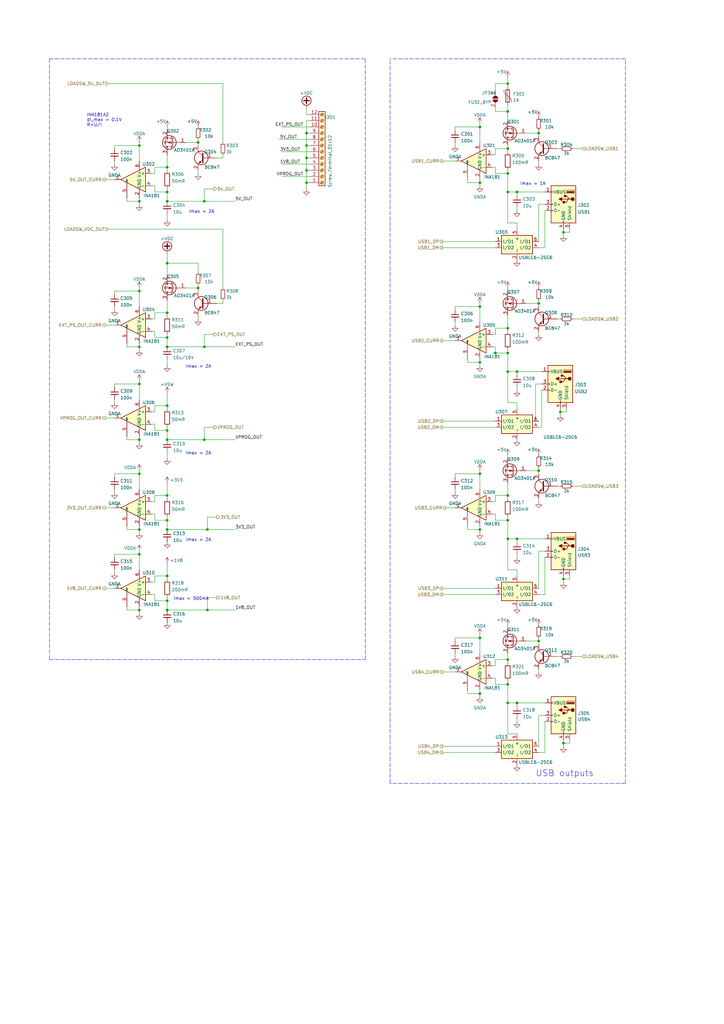
<source format=kicad_sch>
(kicad_sch (version 20211123) (generator eeschema)
  (paper "A3" portrait)
  (junction (at 125.73 69.85))
  (junction (at 83.82 142.24))
  (junction (at 68.58 250.19))
  (junction (at 57.15 180.34))
  (junction (at 231.14 95.25))
  (junction (at 212.09 288.29))
  (junction (at 220.98 54.61))
  (junction (at 57.15 217.17))
  (junction (at 208.28 288.29))
  (junction (at 68.58 203.2))
  (junction (at 208.28 152.4))
  (junction (at 196.85 217.17))
  (junction (at 85.09 217.17))
  (junction (at 196.85 284.48))
  (junction (at 68.58 236.22))
  (junction (at 57.15 227.33))
  (junction (at 208.28 213.36))
  (junction (at 208.28 71.12))
  (junction (at 68.58 78.74))
  (junction (at 57.15 157.48))
  (junction (at 68.58 128.27))
  (junction (at 83.82 180.34))
  (junction (at 208.28 270.51))
  (junction (at 68.58 246.38))
  (junction (at 57.15 142.24))
  (junction (at 68.58 82.55))
  (junction (at 125.73 54.61))
  (junction (at 68.58 107.95))
  (junction (at 229.87 168.91))
  (junction (at 68.58 213.36))
  (junction (at 196.85 125.73))
  (junction (at 68.58 217.17))
  (junction (at 208.28 134.62))
  (junction (at 68.58 176.53))
  (junction (at 196.85 74.93))
  (junction (at 208.28 220.98))
  (junction (at 208.28 34.29))
  (junction (at 57.15 59.69))
  (junction (at 231.14 237.49))
  (junction (at 220.98 124.46))
  (junction (at 125.73 64.77))
  (junction (at 208.28 203.2))
  (junction (at 81.28 58.42))
  (junction (at 125.73 59.69))
  (junction (at 220.98 193.04))
  (junction (at 196.85 261.62))
  (junction (at 208.28 60.96))
  (junction (at 212.09 152.4))
  (junction (at 196.85 148.59))
  (junction (at 212.09 78.74))
  (junction (at 208.28 45.72))
  (junction (at 57.15 119.38))
  (junction (at 208.28 144.78))
  (junction (at 57.15 82.55))
  (junction (at 196.85 52.07))
  (junction (at 83.82 82.55))
  (junction (at 220.98 262.89))
  (junction (at 68.58 166.37))
  (junction (at 212.09 220.98))
  (junction (at 196.85 194.31))
  (junction (at 57.15 250.19))
  (junction (at 85.09 250.19))
  (junction (at 81.28 118.11))
  (junction (at 68.58 68.58))
  (junction (at 231.14 304.8))
  (junction (at 68.58 180.34))
  (junction (at 57.15 194.31))
  (junction (at 203.2 144.78))
  (junction (at 208.28 78.74))
  (junction (at 68.58 142.24))
  (junction (at 208.28 280.67))
  (junction (at 68.58 138.43))
  (junction (at 125.73 74.93))
  (wire (pts (xy 208.28 279.4) (xy 208.28 280.67)))
  (wire (pts (xy 196.85 124.46) (xy 196.85 125.73)))
  (wire (pts (xy 220.98 53.34) (xy 220.98 54.61)))
  (wire (pts (xy 186.69 58.42) (xy 186.69 59.69)))
  (wire (pts (xy 181.61 306.07) (xy 203.2 306.07)))
  (wire (pts (xy 231.14 95.25) (xy 231.14 96.52)))
  (wire (pts (xy 63.5 138.43) (xy 63.5 135.89)))
  (wire (pts (xy 68.58 137.16) (xy 68.58 138.43)))
  (wire (pts (xy 229.87 168.91) (xy 232.41 168.91)))
  (wire (pts (xy 191.77 73.66) (xy 191.77 74.93)))
  (wire (pts (xy 62.23 71.12) (xy 63.5 71.12)))
  (wire (pts (xy 68.58 77.47) (xy 68.58 78.74)))
  (wire (pts (xy 181.61 99.06) (xy 203.2 99.06)))
  (wire (pts (xy 196.85 73.66) (xy 196.85 74.93)))
  (wire (pts (xy 57.15 58.42) (xy 57.15 59.69)))
  (wire (pts (xy 191.77 217.17) (xy 196.85 217.17)))
  (wire (pts (xy 63.5 135.89) (xy 62.23 135.89)))
  (wire (pts (xy 52.07 180.34) (xy 57.15 180.34)))
  (wire (pts (xy 181.61 175.26) (xy 203.2 175.26)))
  (wire (pts (xy 234.95 269.24) (xy 238.76 269.24)))
  (wire (pts (xy 81.28 116.84) (xy 81.28 118.11)))
  (wire (pts (xy 62.23 130.81) (xy 63.5 130.81)))
  (wire (pts (xy 63.5 166.37) (xy 68.58 166.37)))
  (wire (pts (xy 68.58 138.43) (xy 63.5 138.43)))
  (wire (pts (xy 46.99 227.33) (xy 46.99 228.6)))
  (wire (pts (xy 68.58 246.38) (xy 63.5 246.38)))
  (polyline (pts (xy 256.54 321.31) (xy 256.54 24.13)))
  (wire (pts (xy 91.44 118.11) (xy 91.44 93.98)))
  (wire (pts (xy 83.82 82.55) (xy 83.82 77.47)))
  (wire (pts (xy 83.82 180.34) (xy 83.82 175.26)))
  (wire (pts (xy 63.5 168.91) (xy 63.5 166.37)))
  (wire (pts (xy 196.85 52.07) (xy 196.85 58.42)))
  (wire (pts (xy 208.28 129.54) (xy 208.28 134.62)))
  (wire (pts (xy 208.28 45.72) (xy 208.28 49.53)))
  (polyline (pts (xy 160.02 321.31) (xy 160.0199 24.13)))
  (wire (pts (xy 181.61 241.3) (xy 203.2 241.3)))
  (wire (pts (xy 63.5 71.12) (xy 63.5 68.58)))
  (wire (pts (xy 125.73 54.61) (xy 125.73 49.53)))
  (wire (pts (xy 201.93 137.16) (xy 203.2 137.16)))
  (wire (pts (xy 125.73 59.69) (xy 127 59.69)))
  (wire (pts (xy 212.09 220.98) (xy 223.52 220.98)))
  (wire (pts (xy 196.85 148.59) (xy 196.85 149.86)))
  (wire (pts (xy 63.5 210.82) (xy 62.23 210.82)))
  (wire (pts (xy 127 54.61) (xy 125.73 54.61)))
  (wire (pts (xy 81.28 118.11) (xy 81.28 119.38)))
  (wire (pts (xy 208.28 143.51) (xy 208.28 144.78)))
  (wire (pts (xy 215.9 262.89) (xy 220.98 262.89)))
  (wire (pts (xy 208.28 213.36) (xy 203.2 213.36)))
  (wire (pts (xy 234.95 130.81) (xy 238.76 130.81)))
  (wire (pts (xy 85.09 245.11) (xy 88.9 245.11)))
  (wire (pts (xy 52.07 217.17) (xy 57.15 217.17)))
  (wire (pts (xy 63.5 243.84) (xy 62.23 243.84)))
  (wire (pts (xy 208.28 288.29) (xy 212.09 288.29)))
  (wire (pts (xy 52.07 81.28) (xy 52.07 82.55)))
  (wire (pts (xy 63.5 236.22) (xy 68.58 236.22)))
  (wire (pts (xy 127 57.15) (xy 114.3 57.15)))
  (wire (pts (xy 127 52.07) (xy 115.57 52.07)))
  (wire (pts (xy 68.58 68.58) (xy 68.58 69.85)))
  (wire (pts (xy 203.2 45.72) (xy 203.2 44.45)))
  (wire (pts (xy 208.28 270.51) (xy 208.28 271.78)))
  (wire (pts (xy 208.28 71.12) (xy 203.2 71.12)))
  (wire (pts (xy 62.23 238.76) (xy 63.5 238.76)))
  (wire (pts (xy 208.28 152.4) (xy 208.28 165.1)))
  (wire (pts (xy 63.5 238.76) (xy 63.5 236.22)))
  (wire (pts (xy 220.98 123.19) (xy 220.98 124.46)))
  (wire (pts (xy 83.82 175.26) (xy 87.63 175.26)))
  (wire (pts (xy 212.09 91.44) (xy 212.09 93.98)))
  (wire (pts (xy 68.58 78.74) (xy 63.5 78.74)))
  (wire (pts (xy 52.07 140.97) (xy 52.07 142.24)))
  (wire (pts (xy 196.85 215.9) (xy 196.85 217.17)))
  (wire (pts (xy 127 62.23) (xy 115.57 62.23)))
  (wire (pts (xy 208.28 69.85) (xy 208.28 71.12)))
  (wire (pts (xy 208.28 203.2) (xy 208.28 204.47)))
  (wire (pts (xy 203.2 71.12) (xy 203.2 68.58)))
  (wire (pts (xy 46.99 194.31) (xy 46.99 195.58)))
  (wire (pts (xy 231.14 237.49) (xy 231.14 238.76)))
  (wire (pts (xy 57.15 248.92) (xy 57.15 250.19)))
  (wire (pts (xy 43.18 171.45) (xy 46.99 171.45)))
  (wire (pts (xy 68.58 138.43) (xy 68.58 142.24)))
  (wire (pts (xy 63.5 173.99) (xy 62.23 173.99)))
  (wire (pts (xy 220.98 274.32) (xy 220.98 275.59)))
  (wire (pts (xy 91.44 124.46) (xy 91.44 123.19)))
  (wire (pts (xy 68.58 180.34) (xy 83.82 180.34)))
  (wire (pts (xy 208.28 300.99) (xy 212.09 300.99)))
  (wire (pts (xy 203.2 144.78) (xy 203.2 142.24)))
  (wire (pts (xy 68.58 246.38) (xy 68.58 250.19)))
  (wire (pts (xy 68.58 63.5) (xy 68.58 68.58)))
  (wire (pts (xy 83.82 137.16) (xy 87.63 137.16)))
  (wire (pts (xy 208.28 280.67) (xy 208.28 288.29)))
  (wire (pts (xy 203.2 203.2) (xy 208.28 203.2)))
  (wire (pts (xy 46.99 157.48) (xy 46.99 158.75)))
  (wire (pts (xy 208.28 152.4) (xy 212.09 152.4)))
  (wire (pts (xy 43.18 241.3) (xy 46.99 241.3)))
  (wire (pts (xy 57.15 81.28) (xy 57.15 82.55)))
  (wire (pts (xy 57.15 250.19) (xy 57.15 251.46)))
  (wire (pts (xy 233.68 95.25) (xy 233.68 93.98)))
  (wire (pts (xy 186.69 125.73) (xy 196.85 125.73)))
  (wire (pts (xy 46.99 119.38) (xy 46.99 120.65)))
  (wire (pts (xy 68.58 128.27) (xy 68.58 129.54)))
  (wire (pts (xy 52.07 215.9) (xy 52.07 217.17)))
  (wire (pts (xy 231.14 303.53) (xy 231.14 304.8)))
  (wire (pts (xy 220.98 124.46) (xy 220.98 125.73)))
  (wire (pts (xy 63.5 78.74) (xy 63.5 76.2)))
  (wire (pts (xy 44.45 34.29) (xy 91.44 34.29)))
  (wire (pts (xy 208.28 144.78) (xy 203.2 144.78)))
  (wire (pts (xy 212.09 152.4) (xy 212.09 153.67)))
  (wire (pts (xy 81.28 57.15) (xy 81.28 58.42)))
  (wire (pts (xy 81.28 111.76) (xy 81.28 107.95)))
  (wire (pts (xy 186.69 261.62) (xy 196.85 261.62)))
  (wire (pts (xy 57.15 82.55) (xy 57.15 83.82)))
  (wire (pts (xy 46.99 163.83) (xy 46.99 165.1)))
  (wire (pts (xy 203.2 205.74) (xy 203.2 203.2)))
  (wire (pts (xy 228.6 199.39) (xy 229.87 199.39)))
  (wire (pts (xy 220.98 293.37) (xy 220.98 306.07)))
  (wire (pts (xy 57.15 194.31) (xy 57.15 200.66)))
  (wire (pts (xy 63.5 76.2) (xy 62.23 76.2)))
  (polyline (pts (xy 20.32 270.51) (xy 34.29 270.51)))
  (wire (pts (xy 83.82 142.24) (xy 96.52 142.24)))
  (wire (pts (xy 186.69 52.07) (xy 196.85 52.07)))
  (wire (pts (xy 208.28 186.69) (xy 208.28 187.96)))
  (wire (pts (xy 203.2 63.5) (xy 203.2 60.96)))
  (wire (pts (xy 68.58 176.53) (xy 68.58 180.34)))
  (polyline (pts (xy 256.54 321.31) (xy 160.02 321.31)))
  (wire (pts (xy 215.9 54.61) (xy 220.98 54.61)))
  (wire (pts (xy 83.82 77.47) (xy 87.63 77.47)))
  (wire (pts (xy 208.28 60.96) (xy 208.28 62.23)))
  (wire (pts (xy 196.85 194.31) (xy 196.85 200.66)))
  (wire (pts (xy 63.5 203.2) (xy 68.58 203.2)))
  (wire (pts (xy 127 67.31) (xy 115.57 67.31)))
  (wire (pts (xy 68.58 198.12) (xy 68.58 203.2)))
  (wire (pts (xy 52.07 179.07) (xy 52.07 180.34)))
  (wire (pts (xy 215.9 124.46) (xy 220.98 124.46)))
  (wire (pts (xy 220.98 66.04) (xy 220.98 67.31)))
  (wire (pts (xy 52.07 248.92) (xy 52.07 250.19)))
  (wire (pts (xy 127 72.39) (xy 115.57 72.39)))
  (wire (pts (xy 63.5 176.53) (xy 63.5 173.99)))
  (wire (pts (xy 203.2 270.51) (xy 208.28 270.51)))
  (wire (pts (xy 81.28 58.42) (xy 81.28 59.69)))
  (wire (pts (xy 212.09 85.09) (xy 212.09 86.36)))
  (wire (pts (xy 63.5 205.74) (xy 63.5 203.2)))
  (wire (pts (xy 208.28 78.74) (xy 212.09 78.74)))
  (wire (pts (xy 57.15 59.69) (xy 57.15 66.04)))
  (wire (pts (xy 203.2 280.67) (xy 203.2 278.13)))
  (wire (pts (xy 57.15 156.21) (xy 57.15 157.48)))
  (wire (pts (xy 191.77 148.59) (xy 196.85 148.59)))
  (wire (pts (xy 208.28 31.75) (xy 208.28 34.29)))
  (wire (pts (xy 208.28 91.44) (xy 212.09 91.44)))
  (wire (pts (xy 46.99 125.73) (xy 46.99 127)))
  (wire (pts (xy 125.73 49.53) (xy 127 49.53)))
  (wire (pts (xy 125.73 44.45) (xy 125.73 46.99)))
  (wire (pts (xy 212.09 294.64) (xy 212.09 295.91)))
  (wire (pts (xy 208.28 71.12) (xy 208.28 78.74)))
  (wire (pts (xy 81.28 69.85) (xy 81.28 71.12)))
  (wire (pts (xy 208.28 288.29) (xy 208.28 300.99)))
  (wire (pts (xy 81.28 129.54) (xy 81.28 130.81)))
  (wire (pts (xy 208.28 280.67) (xy 203.2 280.67)))
  (wire (pts (xy 212.09 233.68) (xy 212.09 236.22)))
  (wire (pts (xy 208.28 256.54) (xy 208.28 257.81)))
  (wire (pts (xy 85.09 212.09) (xy 88.9 212.09)))
  (wire (pts (xy 57.15 140.97) (xy 57.15 142.24)))
  (wire (pts (xy 220.98 262.89) (xy 220.98 264.16)))
  (wire (pts (xy 223.52 101.6) (xy 220.98 101.6)))
  (wire (pts (xy 85.09 250.19) (xy 96.52 250.19)))
  (wire (pts (xy 196.85 125.73) (xy 196.85 132.08)))
  (wire (pts (xy 208.28 267.97) (xy 208.28 270.51)))
  (wire (pts (xy 181.61 139.7) (xy 186.69 139.7)))
  (wire (pts (xy 220.98 243.84) (xy 223.52 243.84)))
  (wire (pts (xy 201.93 273.05) (xy 203.2 273.05)))
  (wire (pts (xy 57.15 227.33) (xy 57.15 233.68)))
  (wire (pts (xy 46.99 157.48) (xy 57.15 157.48)))
  (wire (pts (xy 46.99 233.68) (xy 46.99 234.95)))
  (wire (pts (xy 181.61 66.04) (xy 186.69 66.04)))
  (wire (pts (xy 76.2 118.11) (xy 81.28 118.11)))
  (wire (pts (xy 223.52 228.6) (xy 223.52 243.84)))
  (wire (pts (xy 191.77 74.93) (xy 196.85 74.93)))
  (wire (pts (xy 76.2 58.42) (xy 81.28 58.42)))
  (wire (pts (xy 68.58 250.19) (xy 85.09 250.19)))
  (wire (pts (xy 44.45 93.98) (xy 91.44 93.98)))
  (wire (pts (xy 125.73 74.93) (xy 125.73 77.47)))
  (wire (pts (xy 63.5 246.38) (xy 63.5 243.84)))
  (wire (pts (xy 220.98 83.82) (xy 220.98 99.06)))
  (wire (pts (xy 46.99 59.69) (xy 57.15 59.69)))
  (wire (pts (xy 186.69 52.07) (xy 186.69 53.34)))
  (wire (pts (xy 223.52 293.37) (xy 220.98 293.37)))
  (wire (pts (xy 212.09 220.98) (xy 212.09 222.25)))
  (wire (pts (xy 229.87 168.91) (xy 229.87 170.18)))
  (wire (pts (xy 125.73 69.85) (xy 127 69.85)))
  (wire (pts (xy 196.85 284.48) (xy 196.85 285.75)))
  (wire (pts (xy 212.09 288.29) (xy 212.09 289.56)))
  (wire (pts (xy 191.77 284.48) (xy 196.85 284.48)))
  (wire (pts (xy 208.28 212.09) (xy 208.28 213.36)))
  (wire (pts (xy 88.9 64.77) (xy 91.44 64.77)))
  (wire (pts (xy 57.15 118.11) (xy 57.15 119.38)))
  (wire (pts (xy 62.23 205.74) (xy 63.5 205.74)))
  (wire (pts (xy 220.98 175.26) (xy 222.25 175.26)))
  (wire (pts (xy 208.28 144.78) (xy 208.28 152.4)))
  (polyline (pts (xy 20.32 24.13) (xy 20.32 270.51)))
  (wire (pts (xy 83.82 142.24) (xy 83.82 137.16)))
  (wire (pts (xy 220.98 261.62) (xy 220.98 262.89)))
  (wire (pts (xy 220.98 54.61) (xy 220.98 55.88)))
  (wire (pts (xy 68.58 213.36) (xy 68.58 217.17)))
  (wire (pts (xy 219.71 172.72) (xy 220.98 172.72)))
  (wire (pts (xy 203.2 142.24) (xy 201.93 142.24)))
  (wire (pts (xy 181.61 243.84) (xy 203.2 243.84)))
  (wire (pts (xy 57.15 193.04) (xy 57.15 194.31)))
  (wire (pts (xy 52.07 82.55) (xy 57.15 82.55)))
  (wire (pts (xy 234.95 199.39) (xy 238.76 199.39)))
  (wire (pts (xy 208.28 78.74) (xy 208.28 91.44)))
  (wire (pts (xy 229.87 167.64) (xy 229.87 168.91)))
  (wire (pts (xy 228.6 60.96) (xy 229.87 60.96)))
  (wire (pts (xy 57.15 119.38) (xy 57.15 125.73)))
  (wire (pts (xy 125.73 69.85) (xy 125.73 74.93)))
  (polyline (pts (xy 149.86 270.51) (xy 149.86 24.13)))
  (wire (pts (xy 191.77 147.32) (xy 191.77 148.59)))
  (wire (pts (xy 63.5 130.81) (xy 63.5 128.27)))
  (wire (pts (xy 212.09 158.75) (xy 212.09 160.02)))
  (wire (pts (xy 68.58 123.19) (xy 68.58 128.27)))
  (wire (pts (xy 85.09 217.17) (xy 85.09 212.09)))
  (wire (pts (xy 212.09 227.33) (xy 212.09 228.6)))
  (wire (pts (xy 91.44 58.42) (xy 91.44 34.29)))
  (wire (pts (xy 196.85 193.04) (xy 196.85 194.31)))
  (wire (pts (xy 231.14 95.25) (xy 233.68 95.25)))
  (wire (pts (xy 203.2 36.83) (xy 203.2 34.29)))
  (wire (pts (xy 203.2 68.58) (xy 201.93 68.58)))
  (wire (pts (xy 52.07 250.19) (xy 57.15 250.19)))
  (wire (pts (xy 125.73 46.99) (xy 127 46.99)))
  (wire (pts (xy 46.99 59.69) (xy 46.99 60.96)))
  (wire (pts (xy 203.2 134.62) (xy 208.28 134.62)))
  (wire (pts (xy 57.15 157.48) (xy 57.15 163.83)))
  (wire (pts (xy 46.99 200.66) (xy 46.99 201.93)))
  (wire (pts (xy 191.77 215.9) (xy 191.77 217.17)))
  (wire (pts (xy 208.28 220.98) (xy 212.09 220.98)))
  (wire (pts (xy 68.58 176.53) (xy 63.5 176.53)))
  (wire (pts (xy 68.58 166.37) (xy 68.58 167.64)))
  (wire (pts (xy 125.73 59.69) (xy 125.73 64.77)))
  (wire (pts (xy 186.69 200.66) (xy 186.69 201.93)))
  (wire (pts (xy 212.09 152.4) (xy 222.25 152.4)))
  (wire (pts (xy 182.88 208.28) (xy 186.69 208.28)))
  (wire (pts (xy 68.58 203.2) (xy 68.58 204.47)))
  (wire (pts (xy 208.28 165.1) (xy 212.09 165.1)))
  (wire (pts (xy 228.6 130.81) (xy 229.87 130.81)))
  (wire (pts (xy 57.15 226.06) (xy 57.15 227.33)))
  (wire (pts (xy 68.58 107.95) (xy 68.58 113.03)))
  (wire (pts (xy 231.14 304.8) (xy 231.14 306.07)))
  (wire (pts (xy 208.28 220.98) (xy 208.28 233.68)))
  (wire (pts (xy 88.9 124.46) (xy 91.44 124.46)))
  (wire (pts (xy 212.09 288.29) (xy 223.52 288.29)))
  (wire (pts (xy 203.2 60.96) (xy 208.28 60.96)))
  (wire (pts (xy 196.85 260.35) (xy 196.85 261.62)))
  (wire (pts (xy 208.28 34.29) (xy 208.28 35.56)))
  (wire (pts (xy 186.69 125.73) (xy 186.69 127)))
  (wire (pts (xy 81.28 107.95) (xy 68.58 107.95)))
  (wire (pts (xy 68.58 90.17) (xy 68.58 87.63)))
  (wire (pts (xy 43.18 133.35) (xy 46.99 133.35)))
  (wire (pts (xy 223.52 86.36) (xy 223.52 101.6)))
  (wire (pts (xy 196.85 261.62) (xy 196.85 267.97)))
  (wire (pts (xy 203.2 278.13) (xy 201.93 278.13)))
  (wire (pts (xy 52.07 142.24) (xy 57.15 142.24)))
  (wire (pts (xy 68.58 78.74) (xy 68.58 82.55)))
  (wire (pts (xy 68.58 52.07) (xy 68.58 53.34)))
  (wire (pts (xy 68.58 231.14) (xy 68.58 236.22)))
  (wire (pts (xy 220.98 193.04) (xy 220.98 194.31)))
  (wire (pts (xy 85.09 250.19) (xy 85.09 245.11)))
  (polyline (pts (xy 256.54 24.13) (xy 160.02 24.13)))
  (wire (pts (xy 201.93 205.74) (xy 203.2 205.74)))
  (wire (pts (xy 57.15 217.17) (xy 57.15 218.44)))
  (wire (pts (xy 68.58 217.17) (xy 85.09 217.17)))
  (polyline (pts (xy 34.29 270.51) (xy 149.86 270.51)))
  (wire (pts (xy 208.28 118.11) (xy 208.28 119.38)))
  (wire (pts (xy 68.58 142.24) (xy 83.82 142.24)))
  (wire (pts (xy 219.71 157.48) (xy 219.71 172.72)))
  (wire (pts (xy 203.2 34.29) (xy 208.28 34.29)))
  (wire (pts (xy 43.18 208.28) (xy 46.99 208.28)))
  (wire (pts (xy 63.5 68.58) (xy 68.58 68.58)))
  (wire (pts (xy 62.23 168.91) (xy 63.5 168.91)))
  (wire (pts (xy 57.15 142.24) (xy 57.15 143.51)))
  (wire (pts (xy 208.28 213.36) (xy 208.28 220.98)))
  (wire (pts (xy 68.58 245.11) (xy 68.58 246.38)))
  (wire (pts (xy 231.14 304.8) (xy 233.68 304.8)))
  (wire (pts (xy 203.2 213.36) (xy 203.2 210.82)))
  (wire (pts (xy 208.28 43.18) (xy 208.28 45.72)))
  (wire (pts (xy 181.61 101.6) (xy 203.2 101.6)))
  (wire (pts (xy 91.44 64.77) (xy 91.44 63.5)))
  (wire (pts (xy 196.85 147.32) (xy 196.85 148.59)))
  (wire (pts (xy 125.73 64.77) (xy 127 64.77)))
  (wire (pts (xy 68.58 161.29) (xy 68.58 166.37)))
  (wire (pts (xy 181.61 172.72) (xy 203.2 172.72)))
  (wire (pts (xy 233.68 304.8) (xy 233.68 303.53)))
  (wire (pts (xy 57.15 215.9) (xy 57.15 217.17)))
  (wire (pts (xy 68.58 187.96) (xy 68.58 185.42)))
  (wire (pts (xy 220.98 135.89) (xy 220.98 137.16)))
  (wire (pts (xy 231.14 236.22) (xy 231.14 237.49)))
  (wire (pts (xy 68.58 82.55) (xy 83.82 82.55)))
  (wire (pts (xy 181.61 308.61) (xy 203.2 308.61)))
  (wire (pts (xy 125.73 74.93) (xy 127 74.93)))
  (wire (pts (xy 208.28 233.68) (xy 212.09 233.68)))
  (wire (pts (xy 203.2 273.05) (xy 203.2 270.51)))
  (wire (pts (xy 68.58 107.95) (xy 68.58 104.14)))
  (wire (pts (xy 212.09 78.74) (xy 223.52 78.74)))
  (wire (pts (xy 43.18 73.66) (xy 46.99 73.66)))
  (wire (pts (xy 191.77 283.21) (xy 191.77 284.48)))
  (wire (pts (xy 220.98 308.61) (xy 223.52 308.61)))
  (wire (pts (xy 85.09 217.17) (xy 96.52 217.17)))
  (wire (pts (xy 228.6 269.24) (xy 229.87 269.24)))
  (wire (pts (xy 63.5 128.27) (xy 68.58 128.27)))
  (wire (pts (xy 83.82 82.55) (xy 96.52 82.55)))
  (wire (pts (xy 46.99 119.38) (xy 57.15 119.38)))
  (wire (pts (xy 68.58 149.86) (xy 68.58 147.32)))
  (wire (pts (xy 223.52 295.91) (xy 223.52 308.61)))
  (wire (pts (xy 68.58 236.22) (xy 68.58 237.49)))
  (wire (pts (xy 125.73 54.61) (xy 125.73 59.69)))
  (wire (pts (xy 181.61 275.59) (xy 186.69 275.59)))
  (wire (pts (xy 83.82 180.34) (xy 96.52 180.34)))
  (wire (pts (xy 220.98 204.47) (xy 220.98 205.74)))
  (wire (pts (xy 220.98 226.06) (xy 220.98 241.3)))
  (wire (pts (xy 212.09 165.1) (xy 212.09 167.64)))
  (wire (pts (xy 208.28 59.69) (xy 208.28 60.96)))
  (wire (pts (xy 196.85 217.17) (xy 196.85 218.44)))
  (wire (pts (xy 63.5 213.36) (xy 63.5 210.82)))
  (wire (pts (xy 201.93 144.78) (xy 203.2 144.78)))
  (wire (pts (xy 222.25 160.02) (xy 222.25 175.26)))
  (wire (pts (xy 208.28 45.72) (xy 203.2 45.72)))
  (wire (pts (xy 231.14 237.49) (xy 233.68 237.49)))
  (wire (pts (xy 68.58 213.36) (xy 63.5 213.36)))
  (wire (pts (xy 196.85 74.93) (xy 196.85 76.2)))
  (wire (pts (xy 46.99 227.33) (xy 57.15 227.33)))
  (wire (pts (xy 201.93 63.5) (xy 203.2 63.5)))
  (polyline (pts (xy 149.86 24.13) (xy 20.32 24.13)))
  (wire (pts (xy 203.2 137.16) (xy 203.2 134.62)))
  (wire (pts (xy 223.52 83.82) (xy 220.98 83.82)))
  (wire (pts (xy 196.85 50.8) (xy 196.85 52.07)))
  (wire (pts (xy 223.52 226.06) (xy 220.98 226.06)))
  (wire (pts (xy 57.15 180.34) (xy 57.15 181.61)))
  (wire (pts (xy 46.99 66.04) (xy 46.99 67.31)))
  (wire (pts (xy 215.9 193.04) (xy 220.98 193.04)))
  (wire (pts (xy 208.28 134.62) (xy 208.28 135.89)))
  (wire (pts (xy 196.85 283.21) (xy 196.85 284.48)))
  (wire (pts (xy 186.69 261.62) (xy 186.69 262.89)))
  (wire (pts (xy 186.69 132.08) (xy 186.69 133.35)))
  (wire (pts (xy 186.69 194.31) (xy 196.85 194.31)))
  (wire (pts (xy 222.25 157.48) (xy 219.71 157.48)))
  (wire (pts (xy 231.14 93.98) (xy 231.14 95.25)))
  (wire (pts (xy 57.15 179.07) (xy 57.15 180.34)))
  (wire (pts (xy 46.99 194.31) (xy 57.15 194.31)))
  (wire (pts (xy 186.69 194.31) (xy 186.69 195.58)))
  (wire (pts (xy 186.69 267.97) (xy 186.69 269.24)))
  (wire (pts (xy 208.28 198.12) (xy 208.28 203.2)))
  (wire (pts (xy 203.2 210.82) (xy 201.93 210.82)))
  (wire (pts (xy 212.09 78.74) (xy 212.09 80.01)))
  (wire (pts (xy 125.73 64.77) (xy 125.73 69.85)))
  (wire (pts (xy 220.98 191.77) (xy 220.98 193.04)))
  (wire (pts (xy 233.68 237.49) (xy 233.68 236.22)))
  (wire (pts (xy 68.58 175.26) (xy 68.58 176.53)))
  (wire (pts (xy 234.95 60.96) (xy 238.76 60.96)))
  (wire (pts (xy 68.58 212.09) (xy 68.58 213.36)))
  (wire (pts (xy 232.41 168.91) (xy 232.41 167.64)))
  (text "USB outputs" (at 219.71 318.77 0) (effects (font (size 2.54 2.54)) (justify left bottom)))
  (text "Imax = 2A" (at 76.2 222.25 0) (effects (font (size 1.27 1.27)) (justify left bottom)))
  (text "Imax = 500mA" (at 71.12 246.38 0) (effects (font (size 1.27 1.27)) (justify left bottom)))
  (text "Imax = 2A" (at 77.47 87.63 0) (effects (font (size 1.27 1.27)) (justify left bottom)))
  (text "Imax = 2A" (at 76.2 186.69 0) (effects (font (size 1.27 1.27)) (justify left bottom)))
  (text "Imax = 1A" (at 213.36 76.2 0) (effects (font (size 1.27 1.27)) (justify left bottom)))
  (text "INA181A2\ndI_max = 0.1V\nR=U/I" (at 35.56 52.07 0) (effects (font (size 1.27 1.27)) (justify left bottom)))
  (text "Imax = 2A" (at 76.2 151.13 0) (effects (font (size 1.27 1.27)) (justify left bottom)))
  (label "1V8_OUT" (at 96.52 250.19 0))
  (label "1V8_OUT" (at 123.19 67.31 180))
  (label "3V3_OUT" (at 96.52 217.17 0))
  (label "5V_OUT" (at 121.92 57.15 180))
  (label "EXT_PS_OUT" (at 96.52 142.24 0))
  (label "5V_OUT" (at 96.52 82.55 0))
  (label "VPROG_OUT" (at 96.52 180.34 0))
  (label "EXT_PS_OUT" (at 124.46 52.07 180))
  (label "3V3_OUT" (at 123.19 62.23 180))
  (label "VPROG_OUT" (at 124.46 72.39 180))
  (hierarchical_label "5V_OUT_CURR" (shape output) (at 43.18 73.66 180))
  (hierarchical_label "1V8_OUT_CURR" (shape output) (at 43.18 241.3 180))
  (hierarchical_label "USB1_CURR" (shape output) (at 181.61 66.04 180))
  (hierarchical_label "LOADSW_USB4" (shape input) (at 238.76 269.24 0))
  (hierarchical_label "LOADSW_USB2" (shape input) (at 238.76 130.81 0))
  (hierarchical_label "USB4_DP" (shape output) (at 181.61 306.07 180))
  (hierarchical_label "USB4_DM" (shape output) (at 181.61 308.61 180))
  (hierarchical_label "LOADSW_5V_OUT" (shape input) (at 44.45 34.29 180))
  (hierarchical_label "1V8_OUT" (shape output) (at 88.9 245.11 0))
  (hierarchical_label "VPROG_OUT" (shape output) (at 87.63 175.26 0))
  (hierarchical_label "VPROG_OUT_CURR" (shape output) (at 43.18 171.45 180))
  (hierarchical_label "5V_OUT" (shape output) (at 87.63 77.47 0))
  (hierarchical_label "USB3_DP" (shape output) (at 181.61 241.3 180))
  (hierarchical_label "EXT_PS_OUT" (shape output) (at 87.63 137.16 0))
  (hierarchical_label "LOADSW_USB3" (shape input) (at 238.76 199.39 0))
  (hierarchical_label "3V3_OUT_CURR" (shape output) (at 43.18 208.28 180))
  (hierarchical_label "EXT_PS_OUT_CURR" (shape output) (at 43.18 133.35 180))
  (hierarchical_label "USB3_DM" (shape output) (at 181.61 243.84 180))
  (hierarchical_label "USB1_DM" (shape output) (at 181.61 101.6 180))
  (hierarchical_label "USB1_DP" (shape output) (at 181.61 99.06 180))
  (hierarchical_label "USB2_DP" (shape output) (at 181.61 172.72 180))
  (hierarchical_label "USB2_DM" (shape output) (at 181.61 175.26 180))
  (hierarchical_label "USB3_CURR" (shape output) (at 182.88 208.28 180))
  (hierarchical_label "USB2_CURR" (shape output) (at 181.61 139.7 180))
  (hierarchical_label "LOADSW_VDC_OUT" (shape input) (at 44.45 93.98 180))
  (hierarchical_label "3V3_OUT" (shape output) (at 88.9 212.09 0))
  (hierarchical_label "USB4_CURR" (shape output) (at 181.61 275.59 180))
  (hierarchical_label "LOADSW_USB1" (shape input) (at 238.76 60.96 0))
  (symbol (lib_id "power:VDDA") (at 196.85 193.04 0) (unit 1)
    (property "Reference" "#PWR0342" (effects hide))
    (property "Value" "VDDA" (at 196.85 189.4355 0))
  )
  (symbol (lib_id "Device:C_Small") (at 46.99 63.5 0) (unit 1)
    (property "Reference" "C302" (at 49.3141 62.5915 0) (effects (justify left)))
    (property "Value" "100n" (at 49.3141 65.3666 0) (effects (justify left)))
    (property "Footprint" "Capacitor_SMD:C_0402_1005Metric" (effects hide))
  )
  (symbol (lib_id "Device:C_Small") (at 46.99 161.29 0) (unit 1)
    (property "Reference" "C309" (at 49.3141 160.3815 0) (effects (justify left)))
    (property "Value" "100n" (at 49.3141 163.1566 0) (effects (justify left)))
    (property "Footprint" "Capacitor_SMD:C_0402_1005Metric" (effects hide))
  )
  (symbol (lib_id "Device:R") (at 68.58 133.35 0) (unit 1)
    (property "Reference" "R311" (at 70.358 131.1715 0) (effects (justify left)))
    (property "Value" "50mR" (at 70.358 133.9466 0) (effects (justify left)))
    (property "Footprint" "Resistor_SMD:R_1206_3216Metric_Pad1.30x1.75mm_HandSolder" (effects hide))
  )
  (symbol (lib_id "Amplifier_Current:INA181") (at 194.31 208.28 0) (mirror y) (unit 1)
    (property "Reference" "U309" (at 200.66 201.9004 0))
    (property "Value" "INA181" (at 201.93 214.8355 0))
    (property "Footprint" "Package_TO_SOT_SMD:SOT-23-6" (effects hide))
    (property "Datasheet" "http://www.ti.com/lit/ds/symlink/ina181.pdf" (effects hide))
  )
  (symbol (lib_id "Amplifier_Current:INA181") (at 54.61 171.45 0) (mirror y) (unit 1)
    (property "Reference" "U306" (at 60.96 165.0704 0))
    (property "Value" "INA181" (at 62.23 178.0055 0))
    (property "Footprint" "Package_TO_SOT_SMD:SOT-23-6" (effects hide))
    (property "Datasheet" "http://www.ti.com/lit/ds/symlink/ina181.pdf" (effects hide))
  )
  (symbol (lib_id "power:VDDA") (at 57.15 193.04 0) (unit 1)
    (property "Reference" "#PWR0341" (effects hide))
    (property "Value" "VDDA" (at 53.34 191.77 0))
  )
  (symbol (lib_id "Device:C_Small") (at 186.69 55.88 0) (unit 1)
    (property "Reference" "C301" (at 189.0141 54.9715 0) (effects (justify left)))
    (property "Value" "100n" (at 189.0141 57.7466 0) (effects (justify left)))
    (property "Footprint" "Capacitor_SMD:C_0402_1005Metric" (effects hide))
  )
  (symbol (lib_id "power:GNDA") (at 196.85 218.44 0) (unit 1)
    (property "Reference" "#PWR0348" (effects hide))
    (property "Value" "GNDA" (at 196.85 223.0025 0))
  )
  (symbol (lib_id "Critbit_lib:USBLC6-2SC6") (at 212.09 100.33 0) (unit 1)
    (property "Reference" "U303" (at 205.74 95.2204 0))
    (property "Value" "USBLC6-2SC6" (at 219.71 105.6155 0))
    (property "Footprint" "Package_TO_SOT_SMD:SOT-23-6" (effects hide))
    (property "Datasheet" "https://www.st.com/resource/en/datasheet/usblc6-2.pdf" (effects hide))
  )
  (symbol (lib_id "Amplifier_Current:INA181") (at 194.31 139.7 0) (mirror y) (unit 1)
    (property "Reference" "U305" (at 200.66 133.3204 0))
    (property "Value" "INA181" (at 201.93 146.2555 0))
    (property "Footprint" "Package_TO_SOT_SMD:SOT-23-6" (effects hide))
    (property "Datasheet" "http://www.ti.com/lit/ds/symlink/ina181.pdf" (effects hide))
  )
  (symbol (lib_id "Device:C_Small") (at 68.58 252.73 0) (unit 1)
    (property "Reference" "C316" (at 70.9041 251.8215 0) (effects (justify left)))
    (property "Value" "10u" (at 70.9041 254.5966 0) (effects (justify left)))
    (property "Footprint" "Capacitor_SMD:C_0603_1608Metric" (effects hide))
  )
  (symbol (lib_id "power:VDDA") (at 196.85 50.8 0) (unit 1)
    (property "Reference" "#PWR0304" (effects hide))
    (property "Value" "VDDA" (at 196.85 47.1955 0))
  )
  (symbol (lib_id "Critbit_lib:USBLC6-2SC6") (at 212.09 242.57 0) (unit 1)
    (property "Reference" "U311" (at 205.74 237.4604 0))
    (property "Value" "USBLC6-2SC6" (at 219.71 247.8555 0))
    (property "Footprint" "Package_TO_SOT_SMD:SOT-23-6" (effects hide))
    (property "Datasheet" "https://www.st.com/resource/en/datasheet/usblc6-2.pdf" (effects hide))
  )
  (symbol (lib_id "power:GNDA") (at 186.69 133.35 0) (unit 1)
    (property "Reference" "#PWR0326" (effects hide))
    (property "Value" "GNDA" (at 186.69 137.9125 0))
  )
  (symbol (lib_id "power:GND") (at 57.15 181.61 0) (mirror y) (unit 1)
    (property "Reference" "#PWR0337" (effects hide))
    (property "Value" "GND" (effects hide))
  )
  (symbol (lib_id "power:+5V") (at 208.28 256.54 0) (unit 1)
    (property "Reference" "#PWR0358" (effects hide))
    (property "Value" "+5V" (at 205.74 254.2055 0))
  )
  (symbol (lib_id "Device:C_Small") (at 46.99 198.12 0) (unit 1)
    (property "Reference" "C311" (at 49.3141 197.2115 0) (effects (justify left)))
    (property "Value" "100n" (at 49.3141 199.9866 0) (effects (justify left)))
    (property "Footprint" "Capacitor_SMD:C_0402_1005Metric" (effects hide))
  )
  (symbol (lib_id "power:+5V") (at 220.98 186.69 0) (unit 1)
    (property "Reference" "#PWR0339" (effects hide))
    (property "Value" "+5V" (at 218.44 184.3555 0))
  )
  (symbol (lib_id "Connector:USB_A") (at 231.14 293.37 0) (mirror y) (unit 1)
    (property "Reference" "J305" (at 236.982 292.5353 0) (effects (justify right)))
    (property "Value" "USB4" (at 236.982 295.0722 0) (effects (justify right)))
    (property "Footprint" "Connector_USB:USB_A_Molex_67643_Horizontal" (effects hide))
    (property "Datasheet" " ~" (effects hide))
  )
  (symbol (lib_id "Device:R") (at 208.28 208.28 0) (unit 1)
    (property "Reference" "R317" (at 210.058 206.1015 0) (effects (justify left)))
    (property "Value" "100mR" (at 210.058 208.8766 0) (effects (justify left)))
    (property "Footprint" "Resistor_SMD:R_1206_3216Metric_Pad1.30x1.75mm_HandSolder" (effects hide))
  )
  (symbol (lib_id "power:VDDA") (at 196.85 260.35 0) (unit 1)
    (property "Reference" "#PWR0360" (effects hide))
    (property "Value" "VDDA" (at 196.85 256.7455 0))
  )
  (symbol (lib_id "power:GND") (at 231.14 238.76 0) (unit 1)
    (property "Reference" "#PWR0354" (effects hide))
    (property "Value" "GND" (effects hide))
  )
  (symbol (lib_id "power:VDDA") (at 57.15 156.21 0) (unit 1)
    (property "Reference" "#PWR0331" (effects hide))
    (property "Value" "VDDA" (at 57.15 152.4 0))
  )
  (symbol (lib_id "Transistor_BJT:BC847") (at 83.82 64.77 0) (mirror y) (unit 1)
    (property "Reference" "Q304" (at 88.9 62.23 0) (effects (justify left)))
    (property "Value" "BC847" (at 90.17 68.58 0) (effects (justify left)))
    (property "Footprint" "Package_TO_SOT_SMD:SOT-23" (effects hide))
    (property "Datasheet" "http://www.infineon.com/dgdl/Infineon-BC847SERIES_BC848SERIES_BC849SERIES_BC850SERIES-DS-v01_01-en.pdf?fileId=db3a304314dca389011541d4630a1657" (effects hide))
  )
  (symbol (lib_id "power:+5V") (at 208.28 118.11 0) (unit 1)
    (property "Reference" "#PWR0321" (effects hide))
    (property "Value" "+5V" (at 205.74 115.7755 0))
  )
  (symbol (lib_id "power:GND") (at 125.73 77.47 0) (unit 1)
    (property "Reference" "#PWR0313" (effects hide))
    (property "Value" "GND" (effects hide))
  )
  (symbol (lib_id "power:+5V") (at 68.58 52.07 0) (unit 1)
    (property "Reference" "#PWR0305" (effects hide))
    (property "Value" "+5V" (at 66.04 49.7355 0))
  )
  (symbol (lib_id "power:GND") (at 68.58 255.27 0) (unit 1)
    (property "Reference" "#PWR0357" (effects hide))
    (property "Value" "GND" (effects hide))
  )
  (symbol (lib_id "power:+5V") (at 220.98 256.54 0) (unit 1)
    (property "Reference" "#PWR0359" (effects hide))
    (property "Value" "+5V" (at 218.44 254.2055 0))
  )
  (symbol (lib_id "Device:C_Small") (at 68.58 85.09 0) (unit 1)
    (property "Reference" "C304" (at 70.9041 84.1815 0) (effects (justify left)))
    (property "Value" "10u" (at 70.9041 86.9566 0) (effects (justify left)))
    (property "Footprint" "Capacitor_SMD:C_0603_1608Metric" (effects hide))
  )
  (symbol (lib_id "power:GND") (at 68.58 222.25 0) (unit 1)
    (property "Reference" "#PWR0349" (effects hide))
    (property "Value" "GND" (effects hide))
  )
  (symbol (lib_id "Transistor_FET:AO3401A") (at 210.82 262.89 180) (unit 1)
    (property "Reference" "Q311" (at 213.233 258.1715 0) (effects (justify left)))
    (property "Value" "AO3401A" (at 219.583 266.0266 0) (effects (justify left)))
    (property "Footprint" "Package_TO_SOT_SMD:SOT-23" (effects hide))
    (property "Datasheet" "http://www.aosmd.com/pdfs/datasheet/AO3401A.pdf" (effects hide))
  )
  (symbol (lib_id "power:GND") (at 68.58 187.96 0) (unit 1)
    (property "Reference" "#PWR0340" (effects hide))
    (property "Value" "GND" (effects hide))
  )
  (symbol (lib_id "Device:C_Small") (at 186.69 129.54 0) (unit 1)
    (property "Reference" "C306" (at 189.0141 128.6315 0) (effects (justify left)))
    (property "Value" "100n" (at 189.0141 131.4066 0) (effects (justify left)))
    (property "Footprint" "Capacitor_SMD:C_0402_1005Metric" (effects hide))
  )
  (symbol (lib_id "Device:R") (at 68.58 73.66 0) (unit 1)
    (property "Reference" "R306" (at 70.358 71.4815 0) (effects (justify left)))
    (property "Value" "50mR" (at 70.358 74.2566 0) (effects (justify left)))
    (property "Footprint" "Resistor_SMD:R_1206_3216Metric_Pad1.30x1.75mm_HandSolder" (effects hide))
  )
  (symbol (lib_id "Device:R") (at 208.28 66.04 0) (unit 1)
    (property "Reference" "R305" (at 210.058 63.8615 0) (effects (justify left)))
    (property "Value" "100mR" (at 210.058 66.6366 0) (effects (justify left)))
    (property "Footprint" "Resistor_SMD:R_1206_3216Metric_Pad1.30x1.75mm_HandSolder" (effects hide))
  )
  (symbol (lib_id "Connector:USB_A") (at 231.14 226.06 0) (mirror y) (unit 1)
    (property "Reference" "J304" (at 236.982 225.2253 0) (effects (justify right)))
    (property "Value" "USB3" (at 236.982 227.7622 0) (effects (justify right)))
    (property "Footprint" "Connector_USB:USB_A_Molex_67643_Horizontal" (effects hide))
    (property "Datasheet" " ~" (effects hide))
  )
  (symbol (lib_id "power:GND") (at 212.09 295.91 0) (unit 1)
    (property "Reference" "#PWR0364" (effects hide))
    (property "Value" "GND" (effects hide))
  )
  (symbol (lib_id "power:GNDA") (at 46.99 127 0) (unit 1)
    (property "Reference" "#PWR0324" (effects hide))
    (property "Value" "GNDA" (at 46.99 131.5625 0))
  )
  (symbol (lib_id "power:+3V3") (at 68.58 198.12 0) (unit 1)
    (property "Reference" "#PWR0343" (effects hide))
    (property "Value" "+3V3" (at 72.39 196.85 0))
  )
  (symbol (lib_id "Device:R_Small") (at 232.41 199.39 270) (unit 1)
    (property "Reference" "R315" (at 232.41 197.7431 90))
    (property "Value" "3k" (at 232.41 201.318 90))
    (property "Footprint" "Resistor_SMD:R_0603_1608Metric_Pad0.98x0.95mm_HandSolder" (effects hide))
  )
  (symbol (lib_id "Device:C_Small") (at 212.09 156.21 0) (unit 1)
    (property "Reference" "C308" (at 214.4141 155.3015 0) (effects (justify left)))
    (property "Value" "10u" (at 214.4141 158.0766 0) (effects (justify left)))
    (property "Footprint" "Capacitor_SMD:C_0603_1608Metric" (effects hide))
  )
  (symbol (lib_id "power:GND") (at 81.28 71.12 0) (unit 1)
    (property "Reference" "#PWR0311" (effects hide))
    (property "Value" "GND" (effects hide))
  )
  (symbol (lib_id "Transistor_FET:AO3401A") (at 71.12 118.11 180) (unit 1)
    (property "Reference" "Q305" (at 73.533 113.3915 0) (effects (justify left)))
    (property "Value" "AO3401A" (at 79.883 121.2466 0) (effects (justify left)))
    (property "Footprint" "Package_TO_SOT_SMD:SOT-23" (effects hide))
    (property "Datasheet" "http://www.aosmd.com/pdfs/datasheet/AO3401A.pdf" (effects hide))
  )
  (symbol (lib_id "Connector:USB_A") (at 229.87 157.48 0) (mirror y) (unit 1)
    (property "Reference" "J303" (at 235.712 157.778 0) (effects (justify right)))
    (property "Value" "USB2" (at 235.712 160.5531 0) (effects (justify right)))
    (property "Footprint" "Connector_USB:USB_A_Molex_67643_Horizontal" (effects hide))
    (property "Datasheet" " ~" (effects hide))
  )
  (symbol (lib_id "Amplifier_Current:INA181") (at 54.61 241.3 0) (mirror y) (unit 1)
    (property "Reference" "U310" (at 60.96 234.9204 0))
    (property "Value" "INA181" (at 62.23 247.8555 0))
    (property "Footprint" "Package_TO_SOT_SMD:SOT-23-6" (effects hide))
    (property "Datasheet" "http://www.ti.com/lit/ds/symlink/ina181.pdf" (effects hide))
  )
  (symbol (lib_id "Device:R_Small") (at 81.28 114.3 180) (unit 1)
    (property "Reference" "R307" (at 84.1969 113.03 0))
    (property "Value" "10k" (at 85.702 115.57 0))
    (property "Footprint" "Resistor_SMD:R_0603_1608Metric_Pad0.98x0.95mm_HandSolder" (effects hide))
  )
  (symbol (lib_id "power:GNDA") (at 46.99 165.1 0) (unit 1)
    (property "Reference" "#PWR0334" (effects hide))
    (property "Value" "GNDA" (at 46.99 169.6625 0))
  )
  (symbol (lib_id "Transistor_BJT:BC847") (at 223.52 269.24 0) (mirror y) (unit 1)
    (property "Reference" "Q312" (at 228.6 266.7 0) (effects (justify left)))
    (property "Value" "BC847" (at 229.87 273.05 0) (effects (justify left)))
    (property "Footprint" "Package_TO_SOT_SMD:SOT-23" (effects hide))
    (property "Datasheet" "http://www.infineon.com/dgdl/Infineon-BC847SERIES_BC848SERIES_BC849SERIES_BC850SERIES-DS-v01_01-en.pdf?fileId=db3a304314dca389011541d4630a1657" (effects hide))
  )
  (symbol (lib_id "power:GND") (at 212.09 248.92 0) (unit 1)
    (property "Reference" "#PWR0355" (effects hide))
    (property "Value" "GND" (effects hide))
  )
  (symbol (lib_id "Device:R") (at 68.58 171.45 0) (unit 1)
    (property "Reference" "R313" (at 70.358 169.2715 0) (effects (justify left)))
    (property "Value" "50mR" (at 70.358 172.0466 0) (effects (justify left)))
    (property "Footprint" "Resistor_SMD:R_1206_3216Metric_Pad1.30x1.75mm_HandSolder" (effects hide))
  )
  (symbol (lib_id "Transistor_BJT:BC847") (at 223.52 60.96 0) (mirror y) (unit 1)
    (property "Reference" "Q303" (at 228.6 58.42 0) (effects (justify left)))
    (property "Value" "BC847" (at 229.87 64.77 0) (effects (justify left)))
    (property "Footprint" "Package_TO_SOT_SMD:SOT-23" (effects hide))
    (property "Datasheet" "http://www.infineon.com/dgdl/Infineon-BC847SERIES_BC848SERIES_BC849SERIES_BC850SERIES-DS-v01_01-en.pdf?fileId=db3a304314dca389011541d4630a1657" (effects hide))
  )
  (symbol (lib_id "power:+5V") (at 81.28 52.07 0) (unit 1)
    (property "Reference" "#PWR0306" (effects hide))
    (property "Value" "+5V" (at 78.74 49.7355 0))
  )
  (symbol (lib_id "power:GND") (at 212.09 160.02 0) (unit 1)
    (property "Reference" "#PWR0332" (effects hide))
    (property "Value" "GND" (effects hide))
  )
  (symbol (lib_id "Device:C_Small") (at 68.58 219.71 0) (unit 1)
    (property "Reference" "C313" (at 70.9041 218.8015 0) (effects (justify left)))
    (property "Value" "10u" (at 70.9041 221.5766 0) (effects (justify left)))
    (property "Footprint" "Capacitor_SMD:C_0603_1608Metric" (effects hide))
  )
  (symbol (lib_id "power:GNDA") (at 186.69 59.69 0) (unit 1)
    (property "Reference" "#PWR0308" (effects hide))
    (property "Value" "GNDA" (at 186.69 64.2525 0))
  )
  (symbol (lib_id "power:GNDA") (at 196.85 149.86 0) (unit 1)
    (property "Reference" "#PWR0330" (effects hide))
    (property "Value" "GNDA" (at 196.85 154.4225 0))
  )
  (symbol (lib_id "power:GND") (at 212.09 228.6 0) (unit 1)
    (property "Reference" "#PWR0351" (effects hide))
    (property "Value" "GND" (effects hide))
  )
  (symbol (lib_id "power:GND") (at 57.15 83.82 0) (mirror y) (unit 1)
    (property "Reference" "#PWR0314" (effects hide))
    (property "Value" "GND" (effects hide))
  )
  (symbol (lib_id "power:GND") (at 212.09 180.34 0) (unit 1)
    (property "Reference" "#PWR0336" (effects hide))
    (property "Value" "GND" (effects hide))
  )
  (symbol (lib_id "Transistor_FET:AO3401A") (at 210.82 193.04 180) (unit 1)
    (property "Reference" "Q309" (at 213.233 188.3215 0) (effects (justify left)))
    (property "Value" "AO3401A" (at 219.583 196.1766 0) (effects (justify left)))
    (property "Footprint" "Package_TO_SOT_SMD:SOT-23" (effects hide))
    (property "Datasheet" "http://www.aosmd.com/pdfs/datasheet/AO3401A.pdf" (effects hide))
  )
  (symbol (lib_id "power:GND") (at 231.14 96.52 0) (unit 1)
    (property "Reference" "#PWR0317" (effects hide))
    (property "Value" "GND" (effects hide))
  )
  (symbol (lib_id "power:VDDA") (at 57.15 58.42 0) (unit 1)
    (property "Reference" "#PWR0307" (effects hide))
    (property "Value" "VDDA" (at 57.15 54.8155 0))
  )
  (symbol (lib_id "Transistor_BJT:BC847") (at 223.52 130.81 0) (mirror y) (unit 1)
    (property "Reference" "Q308" (at 228.6 128.27 0) (effects (justify left)))
    (property "Value" "BC847" (at 229.87 134.62 0) (effects (justify left)))
    (property "Footprint" "Package_TO_SOT_SMD:SOT-23" (effects hide))
    (property "Datasheet" "http://www.infineon.com/dgdl/Infineon-BC847SERIES_BC848SERIES_BC849SERIES_BC850SERIES-DS-v01_01-en.pdf?fileId=db3a304314dca389011541d4630a1657" (effects hide))
  )
  (symbol (lib_id "Transistor_BJT:BC847") (at 223.52 199.39 0) (mirror y) (unit 1)
    (property "Reference" "Q310" (at 228.6 196.85 0) (effects (justify left)))
    (property "Value" "BC847" (at 229.87 203.2 0) (effects (justify left)))
    (property "Footprint" "Package_TO_SOT_SMD:SOT-23" (effects hide))
    (property "Datasheet" "http://www.infineon.com/dgdl/Infineon-BC847SERIES_BC848SERIES_BC849SERIES_BC850SERIES-DS-v01_01-en.pdf?fileId=db3a304314dca389011541d4630a1657" (effects hide))
  )
  (symbol (lib_id "power:GND") (at 229.87 170.18 0) (unit 1)
    (property "Reference" "#PWR0335" (effects hide))
    (property "Value" "GND" (effects hide))
  )
  (symbol (lib_id "power:+VDC") (at 68.58 104.14 0) (unit 1)
    (property "Reference" "#PWR0318" (effects hide))
    (property "Value" "+VDC" (at 68.58 97.8685 0))
  )
  (symbol (lib_id "Device:C_Small") (at 68.58 182.88 0) (unit 1)
    (property "Reference" "C310" (at 70.9041 181.9715 0) (effects (justify left)))
    (property "Value" "10u" (at 70.9041 184.7466 0) (effects (justify left)))
    (property "Footprint" "Capacitor_SMD:C_0603_1608Metric" (effects hide))
  )
  (symbol (lib_id "power:GND") (at 231.14 306.07 0) (unit 1)
    (property "Reference" "#PWR0365" (effects hide))
    (property "Value" "GND" (effects hide))
  )
  (symbol (lib_id "Device:C_Small") (at 212.09 224.79 0) (unit 1)
    (property "Reference" "C314" (at 214.4141 223.8815 0) (effects (justify left)))
    (property "Value" "10u" (at 214.4141 226.6566 0) (effects (justify left)))
    (property "Footprint" "Capacitor_SMD:C_0603_1608Metric" (effects hide))
  )
  (symbol (lib_id "power:GND") (at 220.98 67.31 0) (unit 1)
    (property "Reference" "#PWR0310" (effects hide))
    (property "Value" "GND" (effects hide))
  )
  (symbol (lib_id "power:GNDA") (at 46.99 67.31 0) (unit 1)
    (property "Reference" "#PWR0309" (effects hide))
    (property "Value" "GNDA" (at 46.99 71.8725 0))
  )
  (symbol (lib_id "power:GNDA") (at 196.85 76.2 0) (unit 1)
    (property "Reference" "#PWR0312" (effects hide))
    (property "Value" "GNDA" (at 196.85 80.7625 0))
  )
  (symbol (lib_id "Transistor_BJT:BC847") (at 83.82 124.46 0) (mirror y) (unit 1)
    (property "Reference" "Q306" (at 88.9 121.92 0) (effects (justify left)))
    (property "Value" "BC847" (at 90.17 128.27 0) (effects (justify left)))
    (property "Footprint" "Package_TO_SOT_SMD:SOT-23" (effects hide))
    (property "Datasheet" "http://www.infineon.com/dgdl/Infineon-BC847SERIES_BC848SERIES_BC849SERIES_BC850SERIES-DS-v01_01-en.pdf?fileId=db3a304314dca389011541d4630a1657" (effects hide))
  )
  (symbol (lib_id "Connector:Screw_Terminal_01x12") (at 132.08 62.23 0) (mirror x) (unit 1)
    (property "Reference" "J301" (at 135.3184 48.1035 0))
    (property "Value" "Screw_Terminal_01x12" (at 135.3184 66.1186 90))
    (property "Footprint" "TerminalBlock_Phoenix:TerminalBlock_Phoenix_PT-1,5-12-5.0-H_1x12_P5.00mm_Horizontal" (effects hide))
  )
  (symbol (lib_id "Device:R_Small") (at 91.44 120.65 0) (unit 1)
    (property "Reference" "R308" (at 95.25 119.38 0))
    (property "Value" "3k" (at 93.98 121.92 0))
    (property "Footprint" "Resistor_SMD:R_0603_1608Metric_Pad0.98x0.95mm_HandSolder" (effects hide))
  )
  (symbol (lib_id "Critbit_lib:USBLC6-2SC6") (at 212.09 307.34 0) (unit 1)
    (property "Reference" "U313" (at 205.74 302.2304 0))
    (property "Value" "USBLC6-2SC6" (at 219.71 312.6255 0))
    (property "Footprint" "Package_TO_SOT_SMD:SOT-23-6" (effects hide))
    (property "Datasheet" "https://www.st.com/resource/en/datasheet/usblc6-2.pdf" (effects hide))
  )
  (symbol (lib_id "Device:R_Small") (at 220.98 120.65 180) (unit 1)
    (property "Reference" "R309" (at 223.8969 119.38 0))
    (property "Value" "10k" (at 225.402 121.92 0))
    (property "Footprint" "Resistor_SMD:R_0603_1608Metric_Pad0.98x0.95mm_HandSolder" (effects hide))
  )
  (symbol (lib_id "Device:C_Small") (at 212.09 292.1 0) (unit 1)
    (property "Reference" "C318" (at 214.4141 291.1915 0) (effects (justify left)))
    (property "Value" "10u" (at 214.4141 293.9666 0) (effects (justify left)))
    (property "Footprint" "Capacitor_SMD:C_0603_1608Metric" (effects hide))
  )
  (symbol (lib_id "Device:R") (at 68.58 208.28 0) (unit 1)
    (property "Reference" "R316" (at 70.358 206.1015 0) (effects (justify left)))
    (property "Value" "50mR" (at 70.358 208.8766 0) (effects (justify left)))
    (property "Footprint" "Resistor_SMD:R_1206_3216Metric_Pad1.30x1.75mm_HandSolder" (effects hide))
  )
  (symbol (lib_id "power:GNDA") (at 186.69 269.24 0) (unit 1)
    (property "Reference" "#PWR0361" (effects hide))
    (property "Value" "GNDA" (at 186.69 273.8025 0))
  )
  (symbol (lib_id "Device:R_Small") (at 91.44 60.96 0) (unit 1)
    (property "Reference" "R303" (at 95.25 59.69 0))
    (property "Value" "3k" (at 93.98 62.23 0))
    (property "Footprint" "Resistor_SMD:R_0603_1608Metric_Pad0.98x0.95mm_HandSolder" (effects hide))
  )
  (symbol (lib_id "power:GNDA") (at 46.99 234.95 0) (unit 1)
    (property "Reference" "#PWR0353" (effects hide))
    (property "Value" "GNDA" (at 46.99 239.5125 0))
  )
  (symbol (lib_id "Device:R_Small") (at 220.98 50.8 180) (unit 1)
    (property "Reference" "R301" (at 223.8969 49.53 0))
    (property "Value" "10k" (at 225.402 52.07 0))
    (property "Footprint" "Resistor_SMD:R_0603_1608Metric_Pad0.98x0.95mm_HandSolder" (effects hide))
  )
  (symbol (lib_id "Device:C_Small") (at 212.09 82.55 0) (unit 1)
    (property "Reference" "C303" (at 214.4141 81.6415 0) (effects (justify left)))
    (property "Value" "10u" (at 214.4141 84.4166 0) (effects (justify left)))
    (property "Footprint" "Capacitor_SMD:C_0603_1608Metric" (effects hide))
  )
  (symbol (lib_id "Device:Polyfuse") (at 208.28 39.37 180) (unit 1)
    (property "Reference" "F301" (at 210.439 38.5353 0) (effects (justify right)))
    (property "Value" "1A" (at 210.439 41.0722 0) (effects (justify right)))
    (property "Footprint" "Resistor_SMD:R_1210_3225Metric_Pad1.30x2.65mm_HandSolder" (effects hide))
  )
  (symbol (lib_id "power:GNDA") (at 46.99 201.93 0) (unit 1)
    (property "Reference" "#PWR0344" (effects hide))
    (property "Value" "GNDA" (at 46.99 206.4925 0))
  )
  (symbol (lib_id "power:GND") (at 68.58 90.17 0) (unit 1)
    (property "Reference" "#PWR0316" (effects hide))
    (property "Value" "GND" (effects hide))
  )
  (symbol (lib_id "power:GND") (at 57.15 251.46 0) (mirror y) (unit 1)
    (property "Reference" "#PWR0356" (effects hide))
    (property "Value" "GND" (effects hide))
  )
  (symbol (lib_id "power:+5V") (at 208.28 31.75 0) (unit 1)
    (property "Reference" "#PWR0301" (effects hide))
    (property "Value" "+5V" (at 205.74 29.4155 0))
  )
  (symbol (lib_id "power:VDDA") (at 57.15 226.06 0) (unit 1)
    (property "Reference" "#PWR0350" (effects hide))
    (property "Value" "VDDA" (at 53.34 224.79 0))
  )
  (symbol (lib_id "power:+VSW") (at 68.58 161.29 0) (unit 1)
    (property "Reference" "#PWR0333" (effects hide))
    (property "Value" "+VSW" (at 68.58 157.6855 0))
  )
  (symbol (lib_id "power:GND") (at 68.58 149.86 0) (unit 1)
    (property "Reference" "#PWR0329" (effects hide))
    (property "Value" "GND" (effects hide))
  )
  (symbol (lib_id "Amplifier_Current:INA181") (at 194.31 66.04 0) (mirror y) (unit 1)
    (property "Reference" "U301" (at 200.66 59.6604 0))
    (property "Value" "INA181" (at 201.93 72.5955 0))
    (property "Footprint" "Package_TO_SOT_SMD:SOT-23-6" (effects hide))
    (property "Datasheet" "http://www.ti.com/lit/ds/symlink/ina181.pdf" (effects hide))
  )
  (symbol (lib_id "power:GND") (at 212.09 86.36 0) (unit 1)
    (property "Reference" "#PWR0315" (effects hide))
    (property "Value" "GND" (effects hide))
  )
  (symbol (lib_id "power:+5V") (at 208.28 186.69 0) (unit 1)
    (property "Reference" "#PWR0338" (effects hide))
    (property "Value" "+5V" (at 205.74 184.3555 0))
  )
  (symbol (lib_id "Device:R") (at 68.58 241.3 0) (unit 1)
    (property "Reference" "R318" (at 70.358 239.1215 0) (effects (justify left)))
    (property "Value" "200mR" (at 70.358 241.8966 0) (effects (justify left)))
    (property "Footprint" "Resistor_SMD:R_1206_3216Metric_Pad1.30x1.75mm_HandSolder" (effects hide))
  )
  (symbol (lib_id "power:GNDA") (at 186.69 201.93 0) (unit 1)
    (property "Reference" "#PWR0345" (effects hide))
    (property "Value" "GNDA" (at 186.69 206.4925 0))
  )
  (symbol (lib_id "Device:R_Small") (at 232.41 269.24 270) (unit 1)
    (property "Reference" "R320" (at 232.41 267.5931 90))
    (property "Value" "3k" (at 232.41 271.168 90))
    (property "Footprint" "Resistor_SMD:R_0603_1608Metric_Pad0.98x0.95mm_HandSolder" (effects hide))
  )
  (symbol (lib_id "Amplifier_Current:INA181") (at 194.31 275.59 0) (mirror y) (unit 1)
    (property "Reference" "U312" (at 200.66 269.2104 0))
    (property "Value" "INA181" (at 201.93 282.1455 0))
    (property "Footprint" "Package_TO_SOT_SMD:SOT-23-6" (effects hide))
    (property "Datasheet" "http://www.ti.com/lit/ds/symlink/ina181.pdf" (effects hide))
  )
  (symbol (lib_id "Device:R_Small") (at 220.98 259.08 180) (unit 1)
    (property "Reference" "R319" (at 223.8969 257.81 0))
    (property "Value" "10k" (at 225.402 260.35 0))
    (property "Footprint" "Resistor_SMD:R_0603_1608Metric_Pad0.98x0.95mm_HandSolder" (effects hide))
  )
  (symbol (lib_id "Device:C_Small") (at 46.99 123.19 0) (unit 1)
    (property "Reference" "C305" (at 49.3141 122.2815 0) (effects (justify left)))
    (property "Value" "100n" (at 49.3141 125.0566 0) (effects (justify left)))
    (property "Footprint" "Capacitor_SMD:C_0402_1005Metric" (effects hide))
  )
  (symbol (lib_id "power:GND") (at 220.98 275.59 0) (unit 1)
    (property "Reference" "#PWR0362" (effects hide))
    (property "Value" "GND" (effects hide))
  )
  (symbol (lib_id "power:GND") (at 57.15 218.44 0) (mirror y) (unit 1)
    (property "Reference" "#PWR0347" (effects hide))
    (property "Value" "GND" (effects hide))
  )
  (symbol (lib_id "power:VDDA") (at 196.85 124.46 0) (unit 1)
    (property "Reference" "#PWR0323" (effects hide))
    (property "Value" "VDDA" (at 196.85 120.8555 0))
  )
  (symbol (lib_id "Device:C_Small") (at 186.69 265.43 0) (unit 1)
    (property "Reference" "C317" (at 189.0141 264.5215 0) (effects (justify left)))
    (property "Value" "100n" (at 189.0141 267.2966 0) (effects (justify left)))
    (property "Footprint" "Capacitor_SMD:C_0402_1005Metric" (effects hide))
  )
  (symbol (lib_id "Device:R_Small") (at 81.28 54.61 180) (unit 1)
    (property "Reference" "R302" (at 84.1969 53.34 0))
    (property "Value" "10k" (at 85.702 55.88 0))
    (property "Footprint" "Resistor_SMD:R_0603_1608Metric_Pad0.98x0.95mm_HandSolder" (effects hide))
  )
  (symbol (lib_id "Transistor_FET:AO3401A") (at 210.82 54.61 180) (unit 1)
    (property "Reference" "Q301" (at 213.233 49.8915 0) (effects (justify left)))
    (property "Value" "AO3401A" (at 219.583 57.7466 0) (effects (justify left)))
    (property "Footprint" "Package_TO_SOT_SMD:SOT-23" (effects hide))
    (property "Datasheet" "http://www.aosmd.com/pdfs/datasheet/AO3401A.pdf" (effects hide))
  )
  (symbol (lib_id "power:+1V8") (at 68.58 231.14 0) (unit 1)
    (property "Reference" "#PWR0352" (effects hide))
    (property "Value" "+1V8" (at 72.39 229.87 0))
  )
  (symbol (lib_id "Device:C_Small") (at 46.99 231.14 0) (unit 1)
    (property "Reference" "C315" (at 49.3141 230.2315 0) (effects (justify left)))
    (property "Value" "100n" (at 49.3141 233.0066 0) (effects (justify left)))
    (property "Footprint" "Capacitor_SMD:C_0402_1005Metric" (effects hide))
  )
  (symbol (lib_id "Device:R_Small") (at 220.98 189.23 180) (unit 1)
    (property "Reference" "R314" (at 223.8969 187.96 0))
    (property "Value" "10k" (at 225.402 190.5 0))
    (property "Footprint" "Resistor_SMD:R_0603_1608Metric_Pad0.98x0.95mm_HandSolder" (effects hide))
  )
  (symbol (lib_id "power:GNDA") (at 196.85 285.75 0) (unit 1)
    (property "Reference" "#PWR0363" (effects hide))
    (property "Value" "GNDA" (at 196.85 290.3125 0))
  )
  (symbol (lib_id "Amplifier_Current:INA181") (at 54.61 73.66 0) (mirror y) (unit 1)
    (property "Reference" "U302" (at 60.96 67.2804 0))
    (property "Value" "INA181" (at 62.23 80.2155 0))
    (property "Footprint" "Package_TO_SOT_SMD:SOT-23-6" (effects hide))
    (property "Datasheet" "http://www.ti.com/lit/ds/symlink/ina181.pdf" (effects hide))
  )
  (symbol (lib_id "Transistor_FET:AO3401A") (at 71.12 58.42 180) (unit 1)
    (property "Reference" "Q302" (at 73.533 53.7015 0) (effects (justify left)))
    (property "Value" "AO3401A" (at 79.883 61.5566 0) (effects (justify left)))
    (property "Footprint" "Package_TO_SOT_SMD:SOT-23" (effects hide))
    (property "Datasheet" "http://www.aosmd.com/pdfs/datasheet/AO3401A.pdf" (effects hide))
  )
  (symbol (lib_id "power:+5V") (at 220.98 48.26 0) (unit 1)
    (property "Reference" "#PWR0303" (effects hide))
    (property "Value" "+5V" (at 218.44 45.9255 0))
  )
  (symbol (lib_id "power:GND") (at 212.09 313.69 0) (unit 1)
    (property "Reference" "#PWR0366" (effects hide))
    (property "Value" "GND" (effects hide))
  )
  (symbol (lib_id "Device:R") (at 208.28 139.7 0) (unit 1)
    (property "Reference" "R312" (at 210.058 137.5215 0) (effects (justify left)))
    (property "Value" "100mR" (at 210.058 140.2966 0) (effects (justify left)))
    (property "Footprint" "Resistor_SMD:R_1206_3216Metric_Pad1.30x1.75mm_HandSolder" (effects hide))
  )
  (symbol (lib_id "power:GND") (at 81.28 130.81 0) (unit 1)
    (property "Reference" "#PWR0325" (effects hide))
    (property "Value" "GND" (effects hide))
  )
  (symbol (lib_id "power:GND") (at 57.15 143.51 0) (mirror y) (unit 1)
    (property "Reference" "#PWR0328" (effects hide))
    (property "Value" "GND" (effects hide))
  )
  (symbol (lib_id "Device:R") (at 208.28 275.59 0) (unit 1)
    (property "Reference" "R321" (at 210.058 273.4115 0) (effects (justify left)))
    (property "Value" "100mR" (at 210.058 276.1866 0) (effects (justify left)))
    (property "Footprint" "Resistor_SMD:R_1206_3216Metric_Pad1.30x1.75mm_HandSolder" (effects hide))
  )
  (symbol (lib_id "Amplifier_Current:INA181") (at 54.61 133.35 0) (mirror y) (unit 1)
    (property "Reference" "U304" (at 60.96 126.9704 0))
    (property "Value" "INA181" (at 62.23 139.9055 0))
    (property "Footprint" "Package_TO_SOT_SMD:SOT-23-6" (effects hide))
    (property "Datasheet" "http://www.ti.com/lit/ds/symlink/ina181.pdf" (effects hide))
  )
  (symbol (lib_id "Transistor_FET:AO3401A") (at 210.82 124.46 180) (unit 1)
    (property "Reference" "Q307" (at 213.233 119.7415 0) (effects (justify left)))
    (property "Value" "AO3401A" (at 219.583 127.5966 0) (effects (justify left)))
    (property "Footprint" "Package_TO_SOT_SMD:SOT-23" (effects hide))
    (property "Datasheet" "http://www.aosmd.com/pdfs/datasheet/AO3401A.pdf" (effects hide))
  )
  (symbol (lib_id "power:+5V") (at 220.98 118.11 0) (unit 1)
    (property "Reference" "#PWR0322" (effects hide))
    (property "Value" "+5V" (at 218.44 115.7755 0))
  )
  (symbol (lib_id "Critbit_lib:USBLC6-2SC6") (at 212.09 173.99 0) (unit 1)
    (property "Reference" "U307" (at 205.74 168.8804 0))
    (property "Value" "USBLC6-2SC6" (at 229.87 179.2755 0))
    (property "Footprint" "Package_TO_SOT_SMD:SOT-23-6" (effects hide))
    (property "Datasheet" "https://www.st.com/resource/en/datasheet/usblc6-2.pdf" (effects hide))
  )
  (symbol (lib_id "Device:C_Small") (at 68.58 144.78 0) (unit 1)
    (property "Reference" "C307" (at 70.9041 143.8715 0) (effects (justify left)))
    (property "Value" "10u/16V" (at 70.9041 146.6466 0) (effects (justify left)))
    (property "Footprint" "Capacitor_SMD:C_0603_1608Metric" (effects hide))
  )
  (symbol (lib_id "Device:C_Small") (at 186.69 198.12 0) (unit 1)
    (property "Reference" "C312" (at 189.0141 197.2115 0) (effects (justify left)))
    (property "Value" "100n" (at 189.0141 199.9866 0) (effects (justify left)))
    (property "Footprint" "Capacitor_SMD:C_0402_1005Metric" (effects hide))
  )
  (symbol (lib_id "power:GND") (at 220.98 205.74 0) (unit 1)
    (property "Reference" "#PWR0346" (effects hide))
    (property "Value" "GND" (effects hide))
  )
  (symbol (lib_id "Device:R_Small") (at 232.41 130.81 270) (unit 1)
    (property "Reference" "R310" (at 232.41 129.1631 90))
    (property "Value" "3k" (at 232.41 132.738 90))
    (property "Footprint" "Resistor_SMD:R_0603_1608Metric_Pad0.98x0.95mm_HandSolder" (effects hide))
  )
  (symbol (lib_id "Amplifier_Current:INA181") (at 54.61 208.28 0) (mirror y) (unit 1)
    (property "Reference" "U308" (at 60.96 201.9004 0))
    (property "Value" "INA181" (at 62.23 214.8355 0))
    (property "Footprint" "Package_TO_SOT_SMD:SOT-23-6" (effects hide))
    (property "Datasheet" "http://www.ti.com/lit/ds/symlink/ina181.pdf" (effects hide))
  )
  (symbol (lib_id "power:VDDA") (at 57.15 118.11 0) (unit 1)
    (property "Reference" "#PWR0320" (effects hide))
    (property "Value" "VDDA" (at 57.15 114.5055 0))
  )
  (symbol (lib_id "power:GND") (at 220.98 137.16 0) (unit 1)
    (property "Reference" "#PWR0327" (effects hide))
    (property "Value" "GND" (effects hide))
  )
  (symbol (lib_id "Connector:USB_A") (at 231.14 83.82 0) (mirror y) (unit 1)
    (property "Reference" "J302" (at 236.9819 84.118 0) (effects (justify right)))
    (property "Value" "USB1" (at 236.9819 86.8931 0) (effects (justify right)))
    (property "Footprint" "Connector_USB:USB_A_Molex_67643_Horizontal" (effects hide))
    (property "Datasheet" " ~" (effects hide))
  )
  (symbol (lib_id "Jumper:SolderJumper_2_Open") (at 203.2 40.64 270) (unit 1)
    (property "Reference" "JP301" (at 200.66 38.1 90))
    (property "Value" "FUSE_BYP" (at 196.85 41.91 90))
    (property "Footprint" "Jumper:SolderJumper-2_P1.3mm_Open_RoundedPad1.0x1.5mm" (effects hide))
  )
  (symbol (lib_id "power:GND") (at 212.09 106.68 0) (unit 1)
    (property "Reference" "#PWR0319" (effects hide))
    (property "Value" "GND" (effects hide))
  )
  (symbol (lib_id "Device:R_Small") (at 232.41 60.96 270) (unit 1)
    (property "Reference" "R304" (at 232.41 59.3131 90))
    (property "Value" "3k" (at 232.41 62.888 90))
    (property "Footprint" "Resistor_SMD:R_0603_1608Metric_Pad0.98x0.95mm_HandSolder" (effects hide))
  )
  (symbol (lib_id "power:+VDC") (at 125.73 44.45 0) (mirror y) (unit 1)
    (property "Reference" "#PWR0302" (effects hide))
    (property "Value" "+VDC" (at 125.73 38.1785 0))
  )
)
</source>
